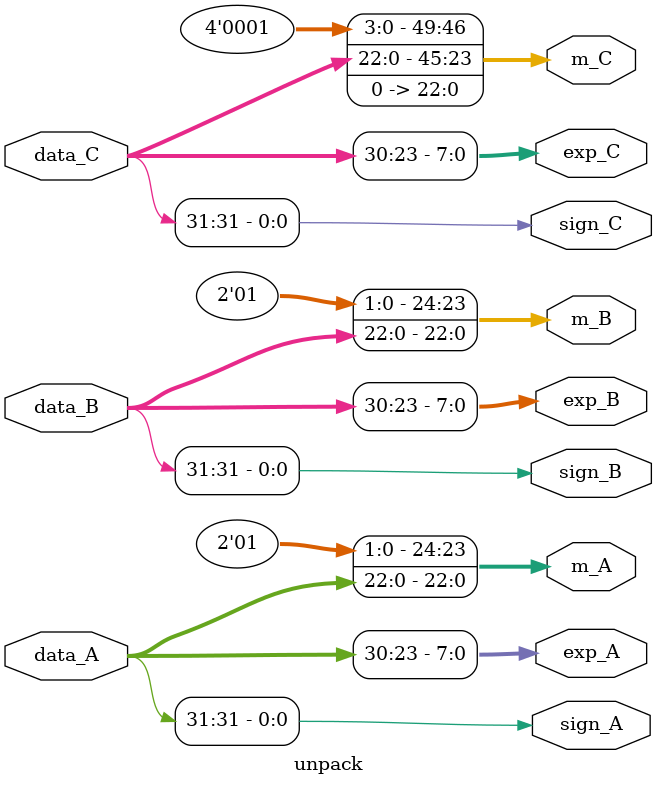
<source format=v>
module unpack (data_A, data_B, data_C, sign_A, sign_B, sign_C, exp_A, exp_B, exp_C, m_A, m_B, m_C);
    
//parameter N = 32;
input [31:0] data_A, data_B, data_C;
output sign_A, sign_B, sign_C;
output [7:0] exp_A, exp_B, exp_C;
output [24:0] m_A, m_B;
output [49:0] m_C;


assign sign_A = data_A[31];
assign sign_B = data_B[31];
assign sign_C = data_C[31];
assign exp_A = data_A[30:23];
assign exp_B = data_B[30:23];
assign exp_C = data_C[30:23];
assign m_A = {2'b01, data_A[22:0]};  //Q2.23
assign m_B = {2'b01, data_B[22:0]};

assign m_C = {4'b0001, data_C[22:0], 23'b0};   //Q4.46


endmodule
</source>
